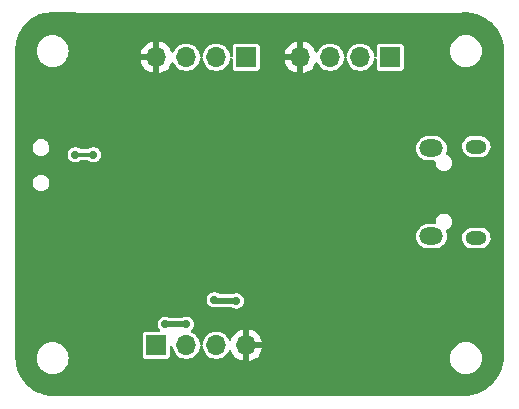
<source format=gbr>
%TF.GenerationSoftware,KiCad,Pcbnew,7.0.9*%
%TF.CreationDate,2024-01-02T09:41:28+05:30*%
%TF.ProjectId,STM32F103C8T6,53544d33-3246-4313-9033-433854362e6b,rev?*%
%TF.SameCoordinates,Original*%
%TF.FileFunction,Copper,L2,Bot*%
%TF.FilePolarity,Positive*%
%FSLAX46Y46*%
G04 Gerber Fmt 4.6, Leading zero omitted, Abs format (unit mm)*
G04 Created by KiCad (PCBNEW 7.0.9) date 2024-01-02 09:41:28*
%MOMM*%
%LPD*%
G01*
G04 APERTURE LIST*
%TA.AperFunction,ComponentPad*%
%ADD10R,1.700000X1.700000*%
%TD*%
%TA.AperFunction,ComponentPad*%
%ADD11O,1.700000X1.700000*%
%TD*%
%TA.AperFunction,ComponentPad*%
%ADD12O,1.800000X1.150000*%
%TD*%
%TA.AperFunction,ComponentPad*%
%ADD13O,2.000000X1.450000*%
%TD*%
%TA.AperFunction,ViaPad*%
%ADD14C,0.800000*%
%TD*%
%TA.AperFunction,ViaPad*%
%ADD15C,0.700000*%
%TD*%
%TA.AperFunction,Conductor*%
%ADD16C,0.500000*%
%TD*%
%TA.AperFunction,Conductor*%
%ADD17C,0.300000*%
%TD*%
G04 APERTURE END LIST*
D10*
%TO.P,J3,1,Pin_1*%
%TO.N,+3.3V*%
X73406000Y-81534000D03*
D11*
%TO.P,J3,2,Pin_2*%
%TO.N,/USART1_TX*%
X70866000Y-81534000D03*
%TO.P,J3,3,Pin_3*%
%TO.N,/USART1_RX*%
X68326000Y-81534000D03*
%TO.P,J3,4,Pin_4*%
%TO.N,GND*%
X65786000Y-81534000D03*
%TD*%
D12*
%TO.P,J1,6,Shield*%
%TO.N,unconnected-(J1-Shield-Pad6)*%
X92882000Y-96839000D03*
D13*
X89082000Y-96689000D03*
X89082000Y-89239000D03*
D12*
X92882000Y-89089000D03*
%TD*%
D10*
%TO.P,J4,1,Pin_1*%
%TO.N,+3.3V*%
X65786000Y-105918000D03*
D11*
%TO.P,J4,2,Pin_2*%
%TO.N,/I2C2_SCL*%
X68326000Y-105918000D03*
%TO.P,J4,3,Pin_3*%
%TO.N,/I2C2_SDA*%
X70866000Y-105918000D03*
%TO.P,J4,4,Pin_4*%
%TO.N,GND*%
X73406000Y-105918000D03*
%TD*%
D10*
%TO.P,J2,1,Pin_1*%
%TO.N,+3.3V*%
X85598000Y-81534000D03*
D11*
%TO.P,J2,2,Pin_2*%
%TO.N,/SW_DIO*%
X83058000Y-81534000D03*
%TO.P,J2,3,Pin_3*%
%TO.N,/SWCLK*%
X80518000Y-81534000D03*
%TO.P,J2,4,Pin_4*%
%TO.N,GND*%
X77978000Y-81534000D03*
%TD*%
D14*
%TO.N,GND*%
X77343000Y-83820000D03*
D15*
%TO.N,+3.3V*%
X66548000Y-104140000D03*
X72573122Y-102164122D03*
X58928000Y-89789000D03*
X70694878Y-102063878D03*
X68326000Y-104140000D03*
X60452000Y-89789000D03*
%TO.N,GND*%
X65278000Y-88392000D03*
X65786000Y-83820000D03*
X69342000Y-91694000D03*
X58166000Y-94234000D03*
X74422000Y-103378000D03*
X68834000Y-94996000D03*
X78867000Y-92359500D03*
X60706000Y-95758000D03*
X84836000Y-100838000D03*
X88392000Y-100838000D03*
X64889405Y-93924506D03*
X62484000Y-90170000D03*
X93218000Y-99034500D03*
X83820000Y-100838000D03*
X64008000Y-101600000D03*
X86487000Y-91694000D03*
X64008000Y-91186000D03*
X84074000Y-97536000D03*
X71084938Y-100040938D03*
X64008000Y-97790000D03*
X73914000Y-96774000D03*
X84074000Y-96266000D03*
%TD*%
D16*
%TO.N,+3.3V*%
X72573122Y-102164122D02*
X70795122Y-102164122D01*
X70795122Y-102164122D02*
X70694878Y-102063878D01*
D17*
X60452000Y-89789000D02*
X58928000Y-89789000D01*
D16*
X68326000Y-104140000D02*
X66548000Y-104140000D01*
%TD*%
%TA.AperFunction,Conductor*%
%TO.N,GND*%
G36*
X61205929Y-77762772D02*
G01*
X61206952Y-77762897D01*
X61219808Y-77762897D01*
X61219886Y-77762897D01*
X61233137Y-77763014D01*
X61234164Y-77762897D01*
X91404910Y-77762897D01*
X91419017Y-77767039D01*
X91436572Y-77764339D01*
X91440519Y-77764037D01*
X91442932Y-77763535D01*
X91449249Y-77762557D01*
X91603082Y-77746818D01*
X91781517Y-77729133D01*
X91787542Y-77728833D01*
X91956842Y-77728735D01*
X92126670Y-77730251D01*
X92132326Y-77730562D01*
X92302850Y-77747809D01*
X92469777Y-77767368D01*
X92474980Y-77768204D01*
X92643879Y-77802825D01*
X92807115Y-77840075D01*
X92811812Y-77841344D01*
X92976930Y-77893065D01*
X93134977Y-77947566D01*
X93139171Y-77949185D01*
X93298586Y-78017514D01*
X93449831Y-78088678D01*
X93453479Y-78090546D01*
X93605432Y-78174809D01*
X93748215Y-78261859D01*
X93751310Y-78263876D01*
X93892973Y-78362402D01*
X93895341Y-78364134D01*
X93969362Y-78421016D01*
X94026887Y-78465222D01*
X94029450Y-78467304D01*
X94160464Y-78579703D01*
X94162882Y-78581894D01*
X94256821Y-78671704D01*
X94282791Y-78696533D01*
X94284871Y-78698618D01*
X94403805Y-78823666D01*
X94406259Y-78826406D01*
X94514002Y-78954285D01*
X94579963Y-79039456D01*
X94620393Y-79091660D01*
X94622797Y-79094986D01*
X94716154Y-79233687D01*
X94807899Y-79380812D01*
X94810149Y-79384731D01*
X94888055Y-79532667D01*
X94964266Y-79687969D01*
X94966254Y-79692460D01*
X95027882Y-79848109D01*
X95087776Y-80009764D01*
X95089405Y-80014812D01*
X95134107Y-80176784D01*
X95177087Y-80342721D01*
X95178261Y-80348296D01*
X95205577Y-80515885D01*
X95231219Y-80683206D01*
X95231845Y-80689264D01*
X95241505Y-80868441D01*
X95249420Y-81024452D01*
X95249500Y-81027594D01*
X95249500Y-106678469D01*
X95249425Y-106681512D01*
X95242010Y-106832450D01*
X95231538Y-107032259D01*
X95230952Y-107038115D01*
X95205573Y-107209210D01*
X95177118Y-107388869D01*
X95176023Y-107394237D01*
X95133073Y-107565701D01*
X95086876Y-107738105D01*
X95085364Y-107742946D01*
X95025255Y-107910945D01*
X94961754Y-108076369D01*
X94959919Y-108080660D01*
X94883214Y-108242842D01*
X94803023Y-108400224D01*
X94800960Y-108403952D01*
X94708414Y-108558354D01*
X94612334Y-108706303D01*
X94610135Y-108709469D01*
X94502635Y-108854418D01*
X94391616Y-108991514D01*
X94389372Y-108994134D01*
X94268995Y-109126949D01*
X94266896Y-109129153D01*
X94143153Y-109252896D01*
X94140949Y-109254995D01*
X94008134Y-109375372D01*
X94005514Y-109377616D01*
X93868418Y-109488635D01*
X93723469Y-109596135D01*
X93720303Y-109598334D01*
X93572354Y-109694414D01*
X93417952Y-109786960D01*
X93414224Y-109789023D01*
X93256842Y-109869214D01*
X93094660Y-109945919D01*
X93090369Y-109947754D01*
X92924945Y-110011255D01*
X92756946Y-110071364D01*
X92752105Y-110072876D01*
X92579701Y-110119073D01*
X92408237Y-110162023D01*
X92402869Y-110163118D01*
X92223210Y-110191573D01*
X92052115Y-110216952D01*
X92046259Y-110217538D01*
X91846450Y-110228010D01*
X91695513Y-110235425D01*
X91692470Y-110235500D01*
X57151623Y-110235500D01*
X57148379Y-110235415D01*
X57133699Y-110234645D01*
X57016670Y-110228512D01*
X56800256Y-110216358D01*
X56794029Y-110215692D01*
X56630908Y-110189855D01*
X56446777Y-110158570D01*
X56441113Y-110157333D01*
X56275677Y-110113005D01*
X56101650Y-110062868D01*
X56096593Y-110061173D01*
X55934237Y-109998851D01*
X55768940Y-109930382D01*
X55764518Y-109928343D01*
X55700931Y-109895944D01*
X55608270Y-109848731D01*
X55452532Y-109762658D01*
X55448762Y-109760396D01*
X55300922Y-109664387D01*
X55156149Y-109561665D01*
X55153008Y-109559282D01*
X55016743Y-109448936D01*
X55014447Y-109446983D01*
X54883240Y-109329730D01*
X54880712Y-109327340D01*
X54756658Y-109203286D01*
X54754268Y-109200758D01*
X54637015Y-109069551D01*
X54635062Y-109067255D01*
X54524716Y-108930990D01*
X54522333Y-108927849D01*
X54470231Y-108854418D01*
X54419601Y-108783061D01*
X54323593Y-108635220D01*
X54321350Y-108631483D01*
X54235272Y-108475737D01*
X54155649Y-108319467D01*
X54153623Y-108315074D01*
X54085148Y-108149762D01*
X54022818Y-107987386D01*
X54021135Y-107982366D01*
X53970994Y-107808322D01*
X53966064Y-107789923D01*
X53926661Y-107642871D01*
X53925430Y-107637233D01*
X53895940Y-107463664D01*
X53894144Y-107453091D01*
X53884822Y-107394237D01*
X53868303Y-107289943D01*
X53867641Y-107283757D01*
X53855500Y-107067572D01*
X53851959Y-107000000D01*
X55644341Y-107000000D01*
X55664936Y-107235403D01*
X55664938Y-107235413D01*
X55726094Y-107463655D01*
X55726096Y-107463659D01*
X55726097Y-107463663D01*
X55764119Y-107545201D01*
X55825964Y-107677828D01*
X55825965Y-107677830D01*
X55961505Y-107871402D01*
X56128597Y-108038494D01*
X56322169Y-108174034D01*
X56322171Y-108174035D01*
X56536337Y-108273903D01*
X56764592Y-108335063D01*
X56941034Y-108350500D01*
X57058966Y-108350500D01*
X57235408Y-108335063D01*
X57463663Y-108273903D01*
X57677829Y-108174035D01*
X57871401Y-108038495D01*
X58038495Y-107871401D01*
X58174035Y-107677830D01*
X58273903Y-107463663D01*
X58335063Y-107235408D01*
X58355659Y-107000000D01*
X58339286Y-106812856D01*
X64635500Y-106812856D01*
X64635502Y-106812882D01*
X64638413Y-106837987D01*
X64638415Y-106837991D01*
X64683793Y-106940764D01*
X64683794Y-106940765D01*
X64763235Y-107020206D01*
X64866009Y-107065585D01*
X64891135Y-107068500D01*
X66680864Y-107068499D01*
X66680879Y-107068497D01*
X66680882Y-107068497D01*
X66705987Y-107065586D01*
X66705988Y-107065585D01*
X66705991Y-107065585D01*
X66808765Y-107020206D01*
X66888206Y-106940765D01*
X66933585Y-106837991D01*
X66936500Y-106812865D01*
X66936499Y-106074046D01*
X66956183Y-106007009D01*
X67008987Y-105961254D01*
X67078146Y-105951310D01*
X67141702Y-105980335D01*
X67179476Y-106039113D01*
X67183970Y-106062606D01*
X67190015Y-106127844D01*
X67190244Y-106130310D01*
X67244832Y-106322165D01*
X67248596Y-106335392D01*
X67248596Y-106335394D01*
X67343632Y-106526253D01*
X67472127Y-106696406D01*
X67472128Y-106696407D01*
X67629698Y-106840052D01*
X67810981Y-106952298D01*
X68009802Y-107029321D01*
X68219390Y-107068500D01*
X68219392Y-107068500D01*
X68432608Y-107068500D01*
X68432610Y-107068500D01*
X68642198Y-107029321D01*
X68841019Y-106952298D01*
X69022302Y-106840052D01*
X69179872Y-106696407D01*
X69308366Y-106526255D01*
X69362270Y-106418000D01*
X69403403Y-106335394D01*
X69403403Y-106335393D01*
X69403405Y-106335389D01*
X69461756Y-106130310D01*
X69472529Y-106014047D01*
X69498315Y-105949111D01*
X69540622Y-105918804D01*
X69649130Y-105918804D01*
X69685503Y-105939668D01*
X69717693Y-106001681D01*
X69719470Y-106014047D01*
X69730244Y-106130310D01*
X69784832Y-106322165D01*
X69788596Y-106335392D01*
X69788596Y-106335394D01*
X69883632Y-106526253D01*
X70012127Y-106696406D01*
X70012128Y-106696407D01*
X70169698Y-106840052D01*
X70350981Y-106952298D01*
X70549802Y-107029321D01*
X70759390Y-107068500D01*
X70759392Y-107068500D01*
X70972608Y-107068500D01*
X70972610Y-107068500D01*
X71182198Y-107029321D01*
X71381019Y-106952298D01*
X71562302Y-106840052D01*
X71719872Y-106696407D01*
X71848366Y-106526255D01*
X71915325Y-106391781D01*
X71962825Y-106340548D01*
X72030488Y-106323126D01*
X72096828Y-106345051D01*
X72138705Y-106394651D01*
X72232399Y-106595578D01*
X72367894Y-106789082D01*
X72534917Y-106956105D01*
X72728421Y-107091600D01*
X72942507Y-107191429D01*
X72942516Y-107191433D01*
X73156000Y-107248634D01*
X73156000Y-106353501D01*
X73263685Y-106402680D01*
X73370237Y-106418000D01*
X73441763Y-106418000D01*
X73548315Y-106402680D01*
X73656000Y-106353501D01*
X73656000Y-107248633D01*
X73869483Y-107191433D01*
X73869492Y-107191429D01*
X74083578Y-107091600D01*
X74214394Y-107000000D01*
X90644341Y-107000000D01*
X90664936Y-107235403D01*
X90664938Y-107235413D01*
X90726094Y-107463655D01*
X90726096Y-107463659D01*
X90726097Y-107463663D01*
X90764119Y-107545201D01*
X90825964Y-107677828D01*
X90825965Y-107677830D01*
X90961505Y-107871402D01*
X91128597Y-108038494D01*
X91322169Y-108174034D01*
X91322171Y-108174035D01*
X91536337Y-108273903D01*
X91764592Y-108335063D01*
X91941034Y-108350500D01*
X92058966Y-108350500D01*
X92235408Y-108335063D01*
X92463663Y-108273903D01*
X92677829Y-108174035D01*
X92871401Y-108038495D01*
X93038495Y-107871401D01*
X93174035Y-107677830D01*
X93273903Y-107463663D01*
X93335063Y-107235408D01*
X93355659Y-107000000D01*
X93335063Y-106764592D01*
X93273903Y-106536337D01*
X93174035Y-106322171D01*
X93174034Y-106322169D01*
X93038494Y-106128597D01*
X92871402Y-105961505D01*
X92677830Y-105825965D01*
X92677828Y-105825964D01*
X92565091Y-105773394D01*
X92463663Y-105726097D01*
X92463659Y-105726096D01*
X92463655Y-105726094D01*
X92235413Y-105664938D01*
X92235403Y-105664936D01*
X92058966Y-105649500D01*
X91941034Y-105649500D01*
X91764596Y-105664936D01*
X91764586Y-105664938D01*
X91536344Y-105726094D01*
X91536335Y-105726098D01*
X91322171Y-105825964D01*
X91322169Y-105825965D01*
X91128597Y-105961505D01*
X90961506Y-106128597D01*
X90961501Y-106128604D01*
X90825967Y-106322165D01*
X90825965Y-106322169D01*
X90726098Y-106536335D01*
X90726094Y-106536344D01*
X90664938Y-106764586D01*
X90664936Y-106764596D01*
X90644341Y-106999999D01*
X90644341Y-107000000D01*
X74214394Y-107000000D01*
X74277082Y-106956105D01*
X74444105Y-106789082D01*
X74579600Y-106595578D01*
X74679429Y-106381492D01*
X74679432Y-106381486D01*
X74736636Y-106168000D01*
X73839686Y-106168000D01*
X73865493Y-106127844D01*
X73906000Y-105989889D01*
X73906000Y-105846111D01*
X73865493Y-105708156D01*
X73839686Y-105668000D01*
X74736636Y-105668000D01*
X74736635Y-105667999D01*
X74679432Y-105454513D01*
X74679429Y-105454507D01*
X74579600Y-105240422D01*
X74579599Y-105240420D01*
X74444113Y-105046926D01*
X74444108Y-105046920D01*
X74277082Y-104879894D01*
X74083578Y-104744399D01*
X73869492Y-104644570D01*
X73869486Y-104644567D01*
X73656000Y-104587364D01*
X73656000Y-105482498D01*
X73548315Y-105433320D01*
X73441763Y-105418000D01*
X73370237Y-105418000D01*
X73263685Y-105433320D01*
X73156000Y-105482498D01*
X73156000Y-104587364D01*
X73155999Y-104587364D01*
X72942513Y-104644567D01*
X72942507Y-104644570D01*
X72728422Y-104744399D01*
X72728420Y-104744400D01*
X72534926Y-104879886D01*
X72534920Y-104879891D01*
X72367891Y-105046920D01*
X72367886Y-105046926D01*
X72232400Y-105240420D01*
X72232399Y-105240422D01*
X72138705Y-105441348D01*
X72092532Y-105493787D01*
X72025339Y-105512939D01*
X71958457Y-105492723D01*
X71915324Y-105444216D01*
X71848366Y-105309745D01*
X71719872Y-105139593D01*
X71562302Y-104995948D01*
X71381019Y-104883702D01*
X71381017Y-104883701D01*
X71247939Y-104832147D01*
X71182198Y-104806679D01*
X70972610Y-104767500D01*
X70759390Y-104767500D01*
X70549802Y-104806679D01*
X70549799Y-104806679D01*
X70549799Y-104806680D01*
X70350982Y-104883701D01*
X70350980Y-104883702D01*
X70169699Y-104995947D01*
X70012127Y-105139593D01*
X69883632Y-105309746D01*
X69788596Y-105500605D01*
X69788596Y-105500607D01*
X69730244Y-105705689D01*
X69719471Y-105821951D01*
X69693685Y-105886888D01*
X69649130Y-105918804D01*
X69540622Y-105918804D01*
X69542869Y-105917194D01*
X69506497Y-105896331D01*
X69474307Y-105834318D01*
X69472529Y-105821951D01*
X69469175Y-105785759D01*
X69461756Y-105705690D01*
X69403405Y-105500611D01*
X69403403Y-105500606D01*
X69403403Y-105500605D01*
X69308367Y-105309746D01*
X69179872Y-105139593D01*
X69022302Y-104995948D01*
X68841019Y-104883702D01*
X68841011Y-104883698D01*
X68770882Y-104856530D01*
X68715481Y-104813957D01*
X68691891Y-104748190D01*
X68707603Y-104680110D01*
X68733444Y-104648094D01*
X68816483Y-104574530D01*
X68906220Y-104444523D01*
X68962237Y-104296818D01*
X68981278Y-104140000D01*
X68962237Y-103983182D01*
X68906220Y-103835477D01*
X68816483Y-103705470D01*
X68698240Y-103600717D01*
X68698238Y-103600716D01*
X68698237Y-103600715D01*
X68558365Y-103527303D01*
X68404986Y-103489500D01*
X68404985Y-103489500D01*
X68247015Y-103489500D01*
X68247014Y-103489500D01*
X68093636Y-103527303D01*
X68047763Y-103551379D01*
X68002194Y-103575296D01*
X67944569Y-103589500D01*
X66929431Y-103589500D01*
X66871805Y-103575296D01*
X66780365Y-103527304D01*
X66780364Y-103527303D01*
X66780363Y-103527303D01*
X66626986Y-103489500D01*
X66626985Y-103489500D01*
X66469015Y-103489500D01*
X66469014Y-103489500D01*
X66315634Y-103527303D01*
X66175762Y-103600715D01*
X66057516Y-103705471D01*
X65967781Y-103835475D01*
X65967780Y-103835476D01*
X65911762Y-103983181D01*
X65892722Y-104139999D01*
X65892722Y-104140000D01*
X65911762Y-104296818D01*
X65967780Y-104444523D01*
X65967781Y-104444524D01*
X66056502Y-104573060D01*
X66078385Y-104639415D01*
X66060919Y-104707066D01*
X66009651Y-104754536D01*
X65954452Y-104767500D01*
X64891143Y-104767500D01*
X64891117Y-104767502D01*
X64866012Y-104770413D01*
X64866008Y-104770415D01*
X64763235Y-104815793D01*
X64683794Y-104895234D01*
X64638415Y-104998006D01*
X64638415Y-104998008D01*
X64635500Y-105023131D01*
X64635500Y-106812856D01*
X58339286Y-106812856D01*
X58335063Y-106764592D01*
X58273903Y-106536337D01*
X58174035Y-106322171D01*
X58174034Y-106322169D01*
X58038494Y-106128597D01*
X57871402Y-105961505D01*
X57677830Y-105825965D01*
X57677828Y-105825964D01*
X57565091Y-105773394D01*
X57463663Y-105726097D01*
X57463659Y-105726096D01*
X57463655Y-105726094D01*
X57235413Y-105664938D01*
X57235403Y-105664936D01*
X57058966Y-105649500D01*
X56941034Y-105649500D01*
X56764596Y-105664936D01*
X56764586Y-105664938D01*
X56536344Y-105726094D01*
X56536335Y-105726098D01*
X56322171Y-105825964D01*
X56322169Y-105825965D01*
X56128597Y-105961505D01*
X55961506Y-106128597D01*
X55961501Y-106128604D01*
X55825967Y-106322165D01*
X55825965Y-106322169D01*
X55726098Y-106536335D01*
X55726094Y-106536344D01*
X55664938Y-106764586D01*
X55664936Y-106764596D01*
X55644341Y-106999999D01*
X55644341Y-107000000D01*
X53851959Y-107000000D01*
X53848582Y-106935575D01*
X53848500Y-106932416D01*
X53850185Y-102063878D01*
X70039600Y-102063878D01*
X70058640Y-102220696D01*
X70096658Y-102320940D01*
X70114658Y-102368401D01*
X70204395Y-102498408D01*
X70322638Y-102603161D01*
X70322640Y-102603162D01*
X70462512Y-102676574D01*
X70615892Y-102714378D01*
X70615893Y-102714378D01*
X70713435Y-102714378D01*
X70717002Y-102714622D01*
X70719457Y-102714622D01*
X70763723Y-102714622D01*
X70770064Y-102714946D01*
X70814093Y-102719473D01*
X70831772Y-102716424D01*
X70852840Y-102714622D01*
X72191691Y-102714622D01*
X72249316Y-102728825D01*
X72340757Y-102776818D01*
X72417447Y-102795720D01*
X72494136Y-102814622D01*
X72494137Y-102814622D01*
X72652107Y-102814622D01*
X72805487Y-102776818D01*
X72945362Y-102703405D01*
X73063605Y-102598652D01*
X73153342Y-102468645D01*
X73209359Y-102320940D01*
X73228400Y-102164122D01*
X73209359Y-102007304D01*
X73153342Y-101859599D01*
X73063605Y-101729592D01*
X72945362Y-101624839D01*
X72945360Y-101624838D01*
X72945359Y-101624837D01*
X72805487Y-101551425D01*
X72652108Y-101513622D01*
X72652107Y-101513622D01*
X72494137Y-101513622D01*
X72494136Y-101513622D01*
X72340758Y-101551425D01*
X72294885Y-101575501D01*
X72249316Y-101599418D01*
X72191691Y-101613622D01*
X71214637Y-101613622D01*
X71147598Y-101593937D01*
X71132411Y-101582438D01*
X71067118Y-101524595D01*
X71067116Y-101524593D01*
X70927243Y-101451181D01*
X70773864Y-101413378D01*
X70773863Y-101413378D01*
X70615893Y-101413378D01*
X70615892Y-101413378D01*
X70462512Y-101451181D01*
X70322640Y-101524593D01*
X70204394Y-101629349D01*
X70114659Y-101759353D01*
X70114658Y-101759354D01*
X70058640Y-101907059D01*
X70039600Y-102063877D01*
X70039600Y-102063878D01*
X53850185Y-102063878D01*
X53852046Y-96689000D01*
X87776538Y-96689000D01*
X87796337Y-96890031D01*
X87854978Y-97083345D01*
X87950198Y-97261488D01*
X87950203Y-97261495D01*
X88078352Y-97417647D01*
X88187016Y-97506824D01*
X88234506Y-97545798D01*
X88234509Y-97545799D01*
X88234511Y-97545801D01*
X88412654Y-97641021D01*
X88412656Y-97641021D01*
X88412659Y-97641023D01*
X88605967Y-97699662D01*
X88756620Y-97714500D01*
X88756623Y-97714500D01*
X89407377Y-97714500D01*
X89407380Y-97714500D01*
X89558033Y-97699662D01*
X89751341Y-97641023D01*
X89929494Y-97545798D01*
X90085647Y-97417647D01*
X90213798Y-97261494D01*
X90309023Y-97083341D01*
X90367662Y-96890033D01*
X90377384Y-96791324D01*
X91677630Y-96791324D01*
X91687939Y-96981475D01*
X91716223Y-97083345D01*
X91738887Y-97164969D01*
X91738888Y-97164972D01*
X91828087Y-97333217D01*
X91828088Y-97333220D01*
X91951368Y-97478356D01*
X91951369Y-97478357D01*
X92102971Y-97593602D01*
X92102972Y-97593602D01*
X92102973Y-97593603D01*
X92102974Y-97593604D01*
X92205466Y-97641021D01*
X92275803Y-97673562D01*
X92275804Y-97673562D01*
X92275806Y-97673563D01*
X92332227Y-97685982D01*
X92461784Y-97714500D01*
X92461785Y-97714500D01*
X93254459Y-97714500D01*
X93254465Y-97714500D01*
X93396316Y-97699073D01*
X93576780Y-97638267D01*
X93739954Y-97540089D01*
X93878207Y-97409129D01*
X93985075Y-97251510D01*
X93985077Y-97251506D01*
X94055561Y-97074606D01*
X94055562Y-97074602D01*
X94086370Y-96886678D01*
X94076061Y-96696525D01*
X94025114Y-96513033D01*
X93935914Y-96344784D01*
X93935911Y-96344781D01*
X93935911Y-96344779D01*
X93812631Y-96199643D01*
X93752962Y-96154284D01*
X93661029Y-96084398D01*
X93661028Y-96084397D01*
X93661026Y-96084396D01*
X93661025Y-96084395D01*
X93488193Y-96004436D01*
X93302216Y-95963500D01*
X92509535Y-95963500D01*
X92509533Y-95963500D01*
X92367683Y-95978927D01*
X92187217Y-96039734D01*
X92024048Y-96137909D01*
X91885791Y-96268872D01*
X91778922Y-96426493D01*
X91708438Y-96603393D01*
X91677630Y-96791324D01*
X90377384Y-96791324D01*
X90387462Y-96689000D01*
X90367662Y-96487967D01*
X90309023Y-96294659D01*
X90309022Y-96294657D01*
X90306700Y-96289051D01*
X90299234Y-96219581D01*
X90330511Y-96157103D01*
X90377300Y-96125657D01*
X90382218Y-96123791D01*
X90382225Y-96123790D01*
X90416707Y-96105691D01*
X90423507Y-96102630D01*
X90459930Y-96088818D01*
X90491981Y-96066693D01*
X90498379Y-96062825D01*
X90532852Y-96044734D01*
X90562002Y-96018908D01*
X90567871Y-96014310D01*
X90599929Y-95992183D01*
X90625748Y-95963037D01*
X90631037Y-95957748D01*
X90660183Y-95931929D01*
X90682310Y-95899871D01*
X90686908Y-95894002D01*
X90712734Y-95864852D01*
X90730825Y-95830379D01*
X90734693Y-95823981D01*
X90756818Y-95791930D01*
X90770630Y-95755507D01*
X90773691Y-95748707D01*
X90791790Y-95714225D01*
X90801106Y-95676427D01*
X90803335Y-95669271D01*
X90817140Y-95632872D01*
X90821834Y-95594206D01*
X90823177Y-95586875D01*
X90832500Y-95549056D01*
X90832500Y-95510126D01*
X90832952Y-95502646D01*
X90837645Y-95464000D01*
X90832951Y-95425347D01*
X90832500Y-95417872D01*
X90832500Y-95378943D01*
X90823183Y-95341147D01*
X90821832Y-95333773D01*
X90817140Y-95295130D01*
X90817140Y-95295128D01*
X90803329Y-95258712D01*
X90801110Y-95251590D01*
X90791790Y-95213775D01*
X90773687Y-95179283D01*
X90770627Y-95172484D01*
X90756818Y-95136070D01*
X90734694Y-95104018D01*
X90730823Y-95097614D01*
X90712736Y-95063151D01*
X90712732Y-95063145D01*
X90698150Y-95046685D01*
X90686916Y-95034005D01*
X90682299Y-95028111D01*
X90660185Y-94996073D01*
X90660183Y-94996071D01*
X90631037Y-94970250D01*
X90625743Y-94964955D01*
X90599933Y-94935821D01*
X90599930Y-94935819D01*
X90599929Y-94935817D01*
X90599925Y-94935814D01*
X90567882Y-94913695D01*
X90561986Y-94909075D01*
X90532851Y-94883265D01*
X90532848Y-94883263D01*
X90498387Y-94865177D01*
X90491974Y-94861300D01*
X90459933Y-94839183D01*
X90459931Y-94839182D01*
X90423524Y-94825374D01*
X90416693Y-94822299D01*
X90382226Y-94804210D01*
X90382221Y-94804209D01*
X90380601Y-94803809D01*
X90344424Y-94794892D01*
X90337276Y-94792665D01*
X90300876Y-94778861D01*
X90300869Y-94778859D01*
X90262223Y-94774166D01*
X90254855Y-94772816D01*
X90217058Y-94763500D01*
X90217056Y-94763500D01*
X90046944Y-94763500D01*
X90036363Y-94766107D01*
X90009143Y-94772816D01*
X90001776Y-94774166D01*
X89963126Y-94778860D01*
X89926725Y-94792664D01*
X89919576Y-94794891D01*
X89881775Y-94804210D01*
X89881770Y-94804212D01*
X89847296Y-94822303D01*
X89840467Y-94825377D01*
X89804071Y-94839180D01*
X89804069Y-94839181D01*
X89772027Y-94861299D01*
X89765617Y-94865174D01*
X89731149Y-94883265D01*
X89702005Y-94909082D01*
X89696110Y-94913700D01*
X89664072Y-94935815D01*
X89664071Y-94935816D01*
X89638253Y-94964957D01*
X89632957Y-94970253D01*
X89603816Y-94996071D01*
X89603815Y-94996072D01*
X89581700Y-95028110D01*
X89577082Y-95034005D01*
X89551265Y-95063149D01*
X89533174Y-95097617D01*
X89529299Y-95104027D01*
X89507181Y-95136069D01*
X89507180Y-95136071D01*
X89493377Y-95172467D01*
X89490303Y-95179296D01*
X89472212Y-95213770D01*
X89472210Y-95213775D01*
X89462891Y-95251576D01*
X89460664Y-95258725D01*
X89446860Y-95295126D01*
X89442166Y-95333776D01*
X89440816Y-95341143D01*
X89431500Y-95378945D01*
X89431500Y-95417872D01*
X89431048Y-95425352D01*
X89426355Y-95463999D01*
X89431048Y-95502646D01*
X89431500Y-95510126D01*
X89431500Y-95539500D01*
X89411815Y-95606539D01*
X89359011Y-95652294D01*
X89307500Y-95663500D01*
X88756620Y-95663500D01*
X88719433Y-95667162D01*
X88605968Y-95678337D01*
X88412654Y-95736978D01*
X88234511Y-95832198D01*
X88234504Y-95832203D01*
X88078352Y-95960352D01*
X87950203Y-96116504D01*
X87950198Y-96116511D01*
X87854978Y-96294654D01*
X87796337Y-96487968D01*
X87776538Y-96689000D01*
X53852046Y-96689000D01*
X53853578Y-92263055D01*
X55324500Y-92263055D01*
X55365210Y-92428226D01*
X55444263Y-92578849D01*
X55444266Y-92578852D01*
X55557071Y-92706183D01*
X55647318Y-92768476D01*
X55697068Y-92802817D01*
X55697069Y-92802817D01*
X55697070Y-92802818D01*
X55856128Y-92863140D01*
X55932028Y-92872356D01*
X55982626Y-92878500D01*
X55982628Y-92878500D01*
X56067374Y-92878500D01*
X56109538Y-92873380D01*
X56193872Y-92863140D01*
X56352930Y-92802818D01*
X56492929Y-92706183D01*
X56605734Y-92578852D01*
X56684790Y-92428225D01*
X56725500Y-92263056D01*
X56725500Y-92092944D01*
X56684790Y-91927775D01*
X56684789Y-91927773D01*
X56605736Y-91777150D01*
X56586560Y-91755505D01*
X56492929Y-91649817D01*
X56443177Y-91615475D01*
X56352931Y-91553182D01*
X56193874Y-91492860D01*
X56193868Y-91492859D01*
X56067374Y-91477500D01*
X56067372Y-91477500D01*
X55982628Y-91477500D01*
X55982626Y-91477500D01*
X55856131Y-91492859D01*
X55856125Y-91492860D01*
X55697068Y-91553182D01*
X55557072Y-91649816D01*
X55444263Y-91777150D01*
X55365210Y-91927773D01*
X55324500Y-92092944D01*
X55324500Y-92263055D01*
X53853578Y-92263055D01*
X53854617Y-89263055D01*
X55324500Y-89263055D01*
X55365210Y-89428226D01*
X55444263Y-89578849D01*
X55473026Y-89611316D01*
X55557071Y-89706183D01*
X55635267Y-89760158D01*
X55697068Y-89802817D01*
X55697069Y-89802817D01*
X55697070Y-89802818D01*
X55719950Y-89811495D01*
X55804612Y-89843603D01*
X55856128Y-89863140D01*
X55932028Y-89872356D01*
X55982626Y-89878500D01*
X55982628Y-89878500D01*
X56067374Y-89878500D01*
X56109538Y-89873380D01*
X56193872Y-89863140D01*
X56352930Y-89802818D01*
X56372949Y-89789000D01*
X58272722Y-89789000D01*
X58291762Y-89945818D01*
X58336259Y-90063145D01*
X58347780Y-90093523D01*
X58437517Y-90223530D01*
X58555760Y-90328283D01*
X58555762Y-90328284D01*
X58695634Y-90401696D01*
X58849014Y-90439500D01*
X58849015Y-90439500D01*
X59006985Y-90439500D01*
X59160365Y-90401696D01*
X59300240Y-90328283D01*
X59365256Y-90270683D01*
X59428490Y-90240963D01*
X59447483Y-90239500D01*
X59932517Y-90239500D01*
X59999556Y-90259185D01*
X60014741Y-90270682D01*
X60079760Y-90328283D01*
X60079762Y-90328284D01*
X60219634Y-90401696D01*
X60373014Y-90439500D01*
X60373015Y-90439500D01*
X60530985Y-90439500D01*
X60684365Y-90401696D01*
X60824240Y-90328283D01*
X60942483Y-90223530D01*
X61032220Y-90093523D01*
X61088237Y-89945818D01*
X61107278Y-89789000D01*
X61088379Y-89633347D01*
X61088237Y-89632181D01*
X61066992Y-89576164D01*
X61032220Y-89484477D01*
X60942483Y-89354470D01*
X60824240Y-89249717D01*
X60824238Y-89249716D01*
X60824237Y-89249715D01*
X60803822Y-89239000D01*
X87776538Y-89239000D01*
X87796337Y-89440031D01*
X87854978Y-89633345D01*
X87950198Y-89811488D01*
X87950201Y-89811492D01*
X87950202Y-89811494D01*
X87960502Y-89824045D01*
X88078352Y-89967647D01*
X88112990Y-89996073D01*
X88234506Y-90095798D01*
X88234509Y-90095799D01*
X88234511Y-90095801D01*
X88412654Y-90191021D01*
X88412656Y-90191021D01*
X88412659Y-90191023D01*
X88605967Y-90249662D01*
X88756620Y-90264500D01*
X88756623Y-90264500D01*
X89307500Y-90264500D01*
X89374539Y-90284185D01*
X89420294Y-90336989D01*
X89431500Y-90388500D01*
X89431500Y-90417872D01*
X89431048Y-90425352D01*
X89426355Y-90463999D01*
X89431048Y-90502646D01*
X89431500Y-90510126D01*
X89431500Y-90549058D01*
X89440816Y-90586855D01*
X89442166Y-90594223D01*
X89446859Y-90632869D01*
X89446861Y-90632876D01*
X89460665Y-90669276D01*
X89462894Y-90676429D01*
X89472209Y-90714221D01*
X89472210Y-90714226D01*
X89490299Y-90748693D01*
X89493374Y-90755524D01*
X89507182Y-90791931D01*
X89507183Y-90791933D01*
X89529300Y-90823974D01*
X89533177Y-90830387D01*
X89551263Y-90864848D01*
X89551265Y-90864851D01*
X89577075Y-90893986D01*
X89581695Y-90899882D01*
X89581701Y-90899890D01*
X89603816Y-90931928D01*
X89603821Y-90931933D01*
X89632955Y-90957743D01*
X89638250Y-90963037D01*
X89664069Y-90992181D01*
X89664073Y-90992185D01*
X89696111Y-91014299D01*
X89702005Y-91018916D01*
X89714685Y-91030150D01*
X89731145Y-91044732D01*
X89731151Y-91044736D01*
X89765614Y-91062823D01*
X89772018Y-91066694D01*
X89804070Y-91088818D01*
X89840484Y-91102627D01*
X89847283Y-91105687D01*
X89881775Y-91123790D01*
X89881777Y-91123790D01*
X89881778Y-91123791D01*
X89888914Y-91125549D01*
X89919590Y-91133110D01*
X89926712Y-91135329D01*
X89963128Y-91149140D01*
X89982572Y-91151500D01*
X90001773Y-91153832D01*
X90009140Y-91155181D01*
X90033369Y-91161153D01*
X90046943Y-91164500D01*
X90046944Y-91164500D01*
X90217058Y-91164500D01*
X90226590Y-91162149D01*
X90254875Y-91155177D01*
X90262206Y-91153834D01*
X90300872Y-91149140D01*
X90337277Y-91135333D01*
X90344427Y-91133106D01*
X90355744Y-91130316D01*
X90382225Y-91123790D01*
X90416707Y-91105691D01*
X90423507Y-91102630D01*
X90459930Y-91088818D01*
X90491981Y-91066693D01*
X90498379Y-91062825D01*
X90532852Y-91044734D01*
X90562002Y-91018908D01*
X90567871Y-91014310D01*
X90599929Y-90992183D01*
X90625748Y-90963037D01*
X90631037Y-90957748D01*
X90660183Y-90931929D01*
X90682310Y-90899871D01*
X90686908Y-90894002D01*
X90712734Y-90864852D01*
X90730825Y-90830379D01*
X90734693Y-90823981D01*
X90756818Y-90791930D01*
X90770630Y-90755507D01*
X90773691Y-90748707D01*
X90791790Y-90714225D01*
X90798316Y-90687744D01*
X90801106Y-90676427D01*
X90803333Y-90669277D01*
X90817140Y-90632872D01*
X90821834Y-90594206D01*
X90823177Y-90586875D01*
X90832500Y-90549056D01*
X90832500Y-90510126D01*
X90832952Y-90502646D01*
X90837645Y-90464000D01*
X90832951Y-90425347D01*
X90832500Y-90417872D01*
X90832500Y-90378943D01*
X90823183Y-90341147D01*
X90821832Y-90333773D01*
X90817140Y-90295130D01*
X90817140Y-90295128D01*
X90803329Y-90258712D01*
X90801110Y-90251590D01*
X90791790Y-90213775D01*
X90773687Y-90179283D01*
X90770627Y-90172484D01*
X90756818Y-90136070D01*
X90734694Y-90104018D01*
X90730823Y-90097614D01*
X90712736Y-90063151D01*
X90712732Y-90063145D01*
X90698150Y-90046685D01*
X90686916Y-90034005D01*
X90682299Y-90028111D01*
X90660185Y-89996073D01*
X90660183Y-89996071D01*
X90631037Y-89970250D01*
X90625743Y-89964955D01*
X90599933Y-89935821D01*
X90599930Y-89935819D01*
X90599929Y-89935817D01*
X90582177Y-89923563D01*
X90567882Y-89913695D01*
X90561986Y-89909075D01*
X90532851Y-89883265D01*
X90532848Y-89883263D01*
X90498387Y-89865177D01*
X90491974Y-89861300D01*
X90459933Y-89839183D01*
X90459931Y-89839182D01*
X90423524Y-89825374D01*
X90416693Y-89822299D01*
X90382220Y-89804207D01*
X90377288Y-89802337D01*
X90321587Y-89760158D01*
X90297532Y-89694559D01*
X90306702Y-89638945D01*
X90309020Y-89633347D01*
X90309021Y-89633345D01*
X90309023Y-89633341D01*
X90367662Y-89440033D01*
X90387462Y-89239000D01*
X90367993Y-89041324D01*
X91677630Y-89041324D01*
X91687939Y-89231476D01*
X91738887Y-89414969D01*
X91738888Y-89414972D01*
X91745915Y-89428226D01*
X91825772Y-89578852D01*
X91828087Y-89583217D01*
X91828088Y-89583220D01*
X91932534Y-89706183D01*
X91951369Y-89728357D01*
X92102971Y-89843602D01*
X92102972Y-89843602D01*
X92102973Y-89843603D01*
X92102974Y-89843604D01*
X92208758Y-89892543D01*
X92275803Y-89923562D01*
X92275804Y-89923562D01*
X92275806Y-89923563D01*
X92331464Y-89935814D01*
X92461784Y-89964500D01*
X92461785Y-89964500D01*
X93254459Y-89964500D01*
X93254465Y-89964500D01*
X93396316Y-89949073D01*
X93576780Y-89888267D01*
X93739954Y-89790089D01*
X93878207Y-89659129D01*
X93985075Y-89501510D01*
X93991862Y-89484476D01*
X94055561Y-89324606D01*
X94055562Y-89324602D01*
X94086370Y-89136678D01*
X94076061Y-88946525D01*
X94025114Y-88763033D01*
X93935914Y-88594784D01*
X93935911Y-88594781D01*
X93935911Y-88594779D01*
X93812631Y-88449643D01*
X93661026Y-88334396D01*
X93661025Y-88334395D01*
X93488193Y-88254436D01*
X93302216Y-88213500D01*
X92509535Y-88213500D01*
X92509533Y-88213500D01*
X92367683Y-88228927D01*
X92187217Y-88289734D01*
X92024048Y-88387909D01*
X91885791Y-88518872D01*
X91778922Y-88676493D01*
X91708438Y-88853393D01*
X91677630Y-89041324D01*
X90367993Y-89041324D01*
X90367662Y-89037967D01*
X90309023Y-88844659D01*
X90309021Y-88844656D01*
X90309021Y-88844654D01*
X90213801Y-88666511D01*
X90213799Y-88666509D01*
X90213798Y-88666506D01*
X90174824Y-88619016D01*
X90085647Y-88510352D01*
X89929495Y-88382203D01*
X89929488Y-88382198D01*
X89751345Y-88286978D01*
X89558031Y-88228337D01*
X89447900Y-88217490D01*
X89407380Y-88213500D01*
X88756620Y-88213500D01*
X88719433Y-88217162D01*
X88605968Y-88228337D01*
X88412654Y-88286978D01*
X88234511Y-88382198D01*
X88234504Y-88382203D01*
X88078352Y-88510352D01*
X87950203Y-88666504D01*
X87950198Y-88666511D01*
X87854978Y-88844654D01*
X87796337Y-89037968D01*
X87776538Y-89239000D01*
X60803822Y-89239000D01*
X60684365Y-89176303D01*
X60530986Y-89138500D01*
X60530985Y-89138500D01*
X60373015Y-89138500D01*
X60373014Y-89138500D01*
X60219634Y-89176303D01*
X60079762Y-89249715D01*
X60014744Y-89307316D01*
X59951510Y-89337037D01*
X59932517Y-89338500D01*
X59447483Y-89338500D01*
X59380444Y-89318815D01*
X59365256Y-89307316D01*
X59300240Y-89249717D01*
X59300238Y-89249716D01*
X59300237Y-89249715D01*
X59160365Y-89176303D01*
X59006986Y-89138500D01*
X59006985Y-89138500D01*
X58849015Y-89138500D01*
X58849014Y-89138500D01*
X58695634Y-89176303D01*
X58555762Y-89249715D01*
X58437516Y-89354471D01*
X58347781Y-89484475D01*
X58347780Y-89484476D01*
X58291762Y-89632181D01*
X58272722Y-89788999D01*
X58272722Y-89789000D01*
X56372949Y-89789000D01*
X56492929Y-89706183D01*
X56605734Y-89578852D01*
X56684790Y-89428225D01*
X56725500Y-89263056D01*
X56725500Y-89092944D01*
X56684790Y-88927775D01*
X56641167Y-88844659D01*
X56605736Y-88777150D01*
X56586560Y-88755505D01*
X56492929Y-88649817D01*
X56443177Y-88615475D01*
X56352931Y-88553182D01*
X56193874Y-88492860D01*
X56193868Y-88492859D01*
X56067374Y-88477500D01*
X56067372Y-88477500D01*
X55982628Y-88477500D01*
X55982626Y-88477500D01*
X55856131Y-88492859D01*
X55856125Y-88492860D01*
X55697068Y-88553182D01*
X55557072Y-88649816D01*
X55444263Y-88777150D01*
X55365210Y-88927773D01*
X55324500Y-89092944D01*
X55324500Y-89263055D01*
X53854617Y-89263055D01*
X53857460Y-81052927D01*
X53860387Y-81042971D01*
X53857699Y-81008575D01*
X53857516Y-81002887D01*
X53857555Y-81000000D01*
X55644341Y-81000000D01*
X55664936Y-81235403D01*
X55664938Y-81235413D01*
X55726094Y-81463655D01*
X55726096Y-81463659D01*
X55726097Y-81463663D01*
X55758520Y-81533194D01*
X55825964Y-81677828D01*
X55825965Y-81677830D01*
X55961505Y-81871402D01*
X56128597Y-82038494D01*
X56322169Y-82174034D01*
X56322171Y-82174035D01*
X56536337Y-82273903D01*
X56764592Y-82335063D01*
X56941034Y-82350500D01*
X57058966Y-82350500D01*
X57235408Y-82335063D01*
X57463663Y-82273903D01*
X57677829Y-82174035D01*
X57871401Y-82038495D01*
X58038495Y-81871401D01*
X58099694Y-81784000D01*
X64455364Y-81784000D01*
X64512567Y-81997486D01*
X64512570Y-81997492D01*
X64612399Y-82211578D01*
X64747894Y-82405082D01*
X64914917Y-82572105D01*
X65108421Y-82707600D01*
X65322507Y-82807429D01*
X65322516Y-82807433D01*
X65536000Y-82864634D01*
X65536000Y-81969501D01*
X65643685Y-82018680D01*
X65750237Y-82034000D01*
X65821763Y-82034000D01*
X65928315Y-82018680D01*
X66036000Y-81969501D01*
X66036000Y-82864633D01*
X66249483Y-82807433D01*
X66249492Y-82807429D01*
X66463578Y-82707600D01*
X66657082Y-82572105D01*
X66824105Y-82405082D01*
X66959600Y-82211578D01*
X67053294Y-82010651D01*
X67099466Y-81958212D01*
X67166660Y-81939060D01*
X67233541Y-81959276D01*
X67276676Y-82007785D01*
X67343632Y-82142253D01*
X67443049Y-82273901D01*
X67472128Y-82312407D01*
X67629698Y-82456052D01*
X67810981Y-82568298D01*
X68009802Y-82645321D01*
X68219390Y-82684500D01*
X68219392Y-82684500D01*
X68432608Y-82684500D01*
X68432610Y-82684500D01*
X68642198Y-82645321D01*
X68841019Y-82568298D01*
X69022302Y-82456052D01*
X69179872Y-82312407D01*
X69308366Y-82142255D01*
X69360032Y-82038495D01*
X69403403Y-81951394D01*
X69403403Y-81951393D01*
X69403405Y-81951389D01*
X69461756Y-81746310D01*
X69472529Y-81630047D01*
X69498315Y-81565111D01*
X69540622Y-81534804D01*
X69649130Y-81534804D01*
X69685503Y-81555668D01*
X69717693Y-81617681D01*
X69719471Y-81630048D01*
X69730244Y-81746310D01*
X69788596Y-81951392D01*
X69788596Y-81951394D01*
X69883632Y-82142253D01*
X69983049Y-82273901D01*
X70012128Y-82312407D01*
X70169698Y-82456052D01*
X70350981Y-82568298D01*
X70549802Y-82645321D01*
X70759390Y-82684500D01*
X70759392Y-82684500D01*
X70972608Y-82684500D01*
X70972610Y-82684500D01*
X71182198Y-82645321D01*
X71381019Y-82568298D01*
X71562302Y-82456052D01*
X71719872Y-82312407D01*
X71848366Y-82142255D01*
X71900032Y-82038495D01*
X71943403Y-81951394D01*
X71943403Y-81951393D01*
X71943405Y-81951389D01*
X72001756Y-81746310D01*
X72008029Y-81678605D01*
X72033814Y-81613669D01*
X72090614Y-81572981D01*
X72160395Y-81569461D01*
X72221002Y-81604225D01*
X72253193Y-81666238D01*
X72255500Y-81690047D01*
X72255500Y-82428856D01*
X72255502Y-82428882D01*
X72258413Y-82453987D01*
X72258415Y-82453991D01*
X72303793Y-82556764D01*
X72303794Y-82556765D01*
X72383235Y-82636206D01*
X72486009Y-82681585D01*
X72511135Y-82684500D01*
X74300864Y-82684499D01*
X74300879Y-82684497D01*
X74300882Y-82684497D01*
X74325987Y-82681586D01*
X74325988Y-82681585D01*
X74325991Y-82681585D01*
X74428765Y-82636206D01*
X74508206Y-82556765D01*
X74553585Y-82453991D01*
X74556500Y-82428865D01*
X74556500Y-81784000D01*
X76647364Y-81784000D01*
X76704567Y-81997486D01*
X76704570Y-81997492D01*
X76804399Y-82211578D01*
X76939894Y-82405082D01*
X77106917Y-82572105D01*
X77300421Y-82707600D01*
X77514507Y-82807429D01*
X77514516Y-82807433D01*
X77728000Y-82864634D01*
X77728000Y-81969501D01*
X77835685Y-82018680D01*
X77942237Y-82034000D01*
X78013763Y-82034000D01*
X78120315Y-82018680D01*
X78228000Y-81969501D01*
X78228000Y-82864633D01*
X78441483Y-82807433D01*
X78441492Y-82807429D01*
X78655578Y-82707600D01*
X78849082Y-82572105D01*
X79016105Y-82405082D01*
X79151600Y-82211578D01*
X79245294Y-82010651D01*
X79291466Y-81958212D01*
X79358660Y-81939060D01*
X79425541Y-81959276D01*
X79468676Y-82007785D01*
X79535632Y-82142253D01*
X79635049Y-82273901D01*
X79664128Y-82312407D01*
X79821698Y-82456052D01*
X80002981Y-82568298D01*
X80201802Y-82645321D01*
X80411390Y-82684500D01*
X80411392Y-82684500D01*
X80624608Y-82684500D01*
X80624610Y-82684500D01*
X80834198Y-82645321D01*
X81033019Y-82568298D01*
X81214302Y-82456052D01*
X81371872Y-82312407D01*
X81500366Y-82142255D01*
X81552032Y-82038495D01*
X81595403Y-81951394D01*
X81595403Y-81951393D01*
X81595405Y-81951389D01*
X81653756Y-81746310D01*
X81664529Y-81630047D01*
X81690315Y-81565111D01*
X81732622Y-81534804D01*
X81841130Y-81534804D01*
X81877503Y-81555668D01*
X81909693Y-81617681D01*
X81911471Y-81630048D01*
X81922244Y-81746310D01*
X81980596Y-81951392D01*
X81980596Y-81951394D01*
X82075632Y-82142253D01*
X82175049Y-82273901D01*
X82204128Y-82312407D01*
X82361698Y-82456052D01*
X82542981Y-82568298D01*
X82741802Y-82645321D01*
X82951390Y-82684500D01*
X82951392Y-82684500D01*
X83164608Y-82684500D01*
X83164610Y-82684500D01*
X83374198Y-82645321D01*
X83573019Y-82568298D01*
X83754302Y-82456052D01*
X83911872Y-82312407D01*
X84040366Y-82142255D01*
X84092032Y-82038495D01*
X84135403Y-81951394D01*
X84135403Y-81951393D01*
X84135405Y-81951389D01*
X84193756Y-81746310D01*
X84200029Y-81678605D01*
X84225814Y-81613669D01*
X84282614Y-81572981D01*
X84352395Y-81569461D01*
X84413002Y-81604225D01*
X84445193Y-81666238D01*
X84447500Y-81690047D01*
X84447500Y-82428856D01*
X84447502Y-82428882D01*
X84450413Y-82453987D01*
X84450415Y-82453991D01*
X84495793Y-82556764D01*
X84495794Y-82556765D01*
X84575235Y-82636206D01*
X84678009Y-82681585D01*
X84703135Y-82684500D01*
X86492864Y-82684499D01*
X86492879Y-82684497D01*
X86492882Y-82684497D01*
X86517987Y-82681586D01*
X86517988Y-82681585D01*
X86517991Y-82681585D01*
X86620765Y-82636206D01*
X86700206Y-82556765D01*
X86745585Y-82453991D01*
X86748500Y-82428865D01*
X86748499Y-81000000D01*
X90644341Y-81000000D01*
X90664936Y-81235403D01*
X90664938Y-81235413D01*
X90726094Y-81463655D01*
X90726096Y-81463659D01*
X90726097Y-81463663D01*
X90758520Y-81533194D01*
X90825964Y-81677828D01*
X90825965Y-81677830D01*
X90961505Y-81871402D01*
X91128597Y-82038494D01*
X91322169Y-82174034D01*
X91322171Y-82174035D01*
X91536337Y-82273903D01*
X91764592Y-82335063D01*
X91941034Y-82350500D01*
X92058966Y-82350500D01*
X92235408Y-82335063D01*
X92463663Y-82273903D01*
X92677829Y-82174035D01*
X92871401Y-82038495D01*
X93038495Y-81871401D01*
X93174035Y-81677830D01*
X93273903Y-81463663D01*
X93335063Y-81235408D01*
X93355659Y-81000000D01*
X93335063Y-80764592D01*
X93273903Y-80536337D01*
X93174035Y-80322171D01*
X93174034Y-80322169D01*
X93038494Y-80128597D01*
X92871402Y-79961505D01*
X92677830Y-79825965D01*
X92677828Y-79825964D01*
X92570746Y-79776031D01*
X92463663Y-79726097D01*
X92463659Y-79726096D01*
X92463655Y-79726094D01*
X92235413Y-79664938D01*
X92235403Y-79664936D01*
X92058966Y-79649500D01*
X91941034Y-79649500D01*
X91764596Y-79664936D01*
X91764586Y-79664938D01*
X91536344Y-79726094D01*
X91536335Y-79726098D01*
X91322171Y-79825964D01*
X91322169Y-79825965D01*
X91128597Y-79961505D01*
X90961506Y-80128597D01*
X90961501Y-80128604D01*
X90825967Y-80322165D01*
X90825965Y-80322169D01*
X90726098Y-80536335D01*
X90726094Y-80536344D01*
X90664938Y-80764586D01*
X90664936Y-80764596D01*
X90644341Y-80999999D01*
X90644341Y-81000000D01*
X86748499Y-81000000D01*
X86748499Y-80639136D01*
X86748497Y-80639117D01*
X86745586Y-80614012D01*
X86745585Y-80614010D01*
X86745585Y-80614009D01*
X86700206Y-80511235D01*
X86620765Y-80431794D01*
X86600124Y-80422680D01*
X86517992Y-80386415D01*
X86492865Y-80383500D01*
X84703143Y-80383500D01*
X84703117Y-80383502D01*
X84678012Y-80386413D01*
X84678008Y-80386415D01*
X84575235Y-80431793D01*
X84495794Y-80511234D01*
X84450415Y-80614006D01*
X84450415Y-80614008D01*
X84447500Y-80639131D01*
X84447500Y-81377951D01*
X84427815Y-81444990D01*
X84375011Y-81490745D01*
X84305853Y-81500689D01*
X84242297Y-81471664D01*
X84204523Y-81412886D01*
X84200029Y-81389391D01*
X84193756Y-81321689D01*
X84179273Y-81270789D01*
X84135405Y-81116611D01*
X84135403Y-81116606D01*
X84135403Y-81116605D01*
X84040367Y-80925746D01*
X83911872Y-80755593D01*
X83754302Y-80611948D01*
X83573019Y-80499702D01*
X83573017Y-80499701D01*
X83473608Y-80461190D01*
X83374198Y-80422679D01*
X83164610Y-80383500D01*
X82951390Y-80383500D01*
X82741802Y-80422679D01*
X82741799Y-80422679D01*
X82741799Y-80422680D01*
X82542982Y-80499701D01*
X82542980Y-80499702D01*
X82361699Y-80611947D01*
X82204127Y-80755593D01*
X82075632Y-80925746D01*
X81980596Y-81116605D01*
X81980596Y-81116607D01*
X81922244Y-81321689D01*
X81911471Y-81437951D01*
X81885685Y-81502888D01*
X81841130Y-81534804D01*
X81732622Y-81534804D01*
X81734869Y-81533194D01*
X81698497Y-81512331D01*
X81666307Y-81450318D01*
X81664529Y-81437951D01*
X81658969Y-81377951D01*
X81653756Y-81321690D01*
X81595405Y-81116611D01*
X81595403Y-81116606D01*
X81595403Y-81116605D01*
X81500367Y-80925746D01*
X81371872Y-80755593D01*
X81214302Y-80611948D01*
X81033019Y-80499702D01*
X81033017Y-80499701D01*
X80933608Y-80461190D01*
X80834198Y-80422679D01*
X80624610Y-80383500D01*
X80411390Y-80383500D01*
X80201802Y-80422679D01*
X80201799Y-80422679D01*
X80201799Y-80422680D01*
X80002982Y-80499701D01*
X80002980Y-80499702D01*
X79821699Y-80611947D01*
X79664127Y-80755593D01*
X79535634Y-80925744D01*
X79468676Y-81060215D01*
X79421173Y-81111452D01*
X79353510Y-81128873D01*
X79287170Y-81106947D01*
X79245294Y-81057348D01*
X79151600Y-80856422D01*
X79151599Y-80856420D01*
X79016113Y-80662926D01*
X79016108Y-80662920D01*
X78849082Y-80495894D01*
X78655578Y-80360399D01*
X78441492Y-80260570D01*
X78441486Y-80260567D01*
X78228000Y-80203364D01*
X78228000Y-81098498D01*
X78120315Y-81049320D01*
X78013763Y-81034000D01*
X77942237Y-81034000D01*
X77835685Y-81049320D01*
X77728000Y-81098498D01*
X77728000Y-80203364D01*
X77727999Y-80203364D01*
X77514513Y-80260567D01*
X77514507Y-80260570D01*
X77300422Y-80360399D01*
X77300420Y-80360400D01*
X77106926Y-80495886D01*
X77106920Y-80495891D01*
X76939891Y-80662920D01*
X76939886Y-80662926D01*
X76804400Y-80856420D01*
X76804399Y-80856422D01*
X76704570Y-81070507D01*
X76704567Y-81070513D01*
X76647364Y-81283999D01*
X76647364Y-81284000D01*
X77544314Y-81284000D01*
X77518507Y-81324156D01*
X77478000Y-81462111D01*
X77478000Y-81605889D01*
X77518507Y-81743844D01*
X77544314Y-81784000D01*
X76647364Y-81784000D01*
X74556500Y-81784000D01*
X74556499Y-80639136D01*
X74556497Y-80639117D01*
X74553586Y-80614012D01*
X74553585Y-80614010D01*
X74553585Y-80614009D01*
X74508206Y-80511235D01*
X74428765Y-80431794D01*
X74408124Y-80422680D01*
X74325992Y-80386415D01*
X74300865Y-80383500D01*
X72511143Y-80383500D01*
X72511117Y-80383502D01*
X72486012Y-80386413D01*
X72486008Y-80386415D01*
X72383235Y-80431793D01*
X72303794Y-80511234D01*
X72258415Y-80614006D01*
X72258415Y-80614008D01*
X72255500Y-80639131D01*
X72255500Y-81377951D01*
X72235815Y-81444990D01*
X72183011Y-81490745D01*
X72113853Y-81500689D01*
X72050297Y-81471664D01*
X72012523Y-81412886D01*
X72008029Y-81389391D01*
X72001756Y-81321689D01*
X71987273Y-81270789D01*
X71943405Y-81116611D01*
X71943403Y-81116606D01*
X71943403Y-81116605D01*
X71848367Y-80925746D01*
X71719872Y-80755593D01*
X71562302Y-80611948D01*
X71381019Y-80499702D01*
X71381017Y-80499701D01*
X71281608Y-80461190D01*
X71182198Y-80422679D01*
X70972610Y-80383500D01*
X70759390Y-80383500D01*
X70549802Y-80422679D01*
X70549799Y-80422679D01*
X70549799Y-80422680D01*
X70350982Y-80499701D01*
X70350980Y-80499702D01*
X70169699Y-80611947D01*
X70012127Y-80755593D01*
X69883632Y-80925746D01*
X69788596Y-81116605D01*
X69788596Y-81116607D01*
X69730244Y-81321689D01*
X69719471Y-81437951D01*
X69693685Y-81502888D01*
X69649130Y-81534804D01*
X69540622Y-81534804D01*
X69542869Y-81533194D01*
X69506497Y-81512331D01*
X69474307Y-81450318D01*
X69472529Y-81437951D01*
X69466969Y-81377951D01*
X69461756Y-81321690D01*
X69403405Y-81116611D01*
X69403403Y-81116606D01*
X69403403Y-81116605D01*
X69308367Y-80925746D01*
X69179872Y-80755593D01*
X69022302Y-80611948D01*
X68841019Y-80499702D01*
X68841017Y-80499701D01*
X68741608Y-80461190D01*
X68642198Y-80422679D01*
X68432610Y-80383500D01*
X68219390Y-80383500D01*
X68009802Y-80422679D01*
X68009799Y-80422679D01*
X68009799Y-80422680D01*
X67810982Y-80499701D01*
X67810980Y-80499702D01*
X67629699Y-80611947D01*
X67472127Y-80755593D01*
X67343634Y-80925744D01*
X67276676Y-81060215D01*
X67229173Y-81111452D01*
X67161510Y-81128873D01*
X67095170Y-81106947D01*
X67053294Y-81057348D01*
X66959600Y-80856422D01*
X66959599Y-80856420D01*
X66824113Y-80662926D01*
X66824108Y-80662920D01*
X66657082Y-80495894D01*
X66463578Y-80360399D01*
X66249492Y-80260570D01*
X66249486Y-80260567D01*
X66036000Y-80203364D01*
X66036000Y-81098498D01*
X65928315Y-81049320D01*
X65821763Y-81034000D01*
X65750237Y-81034000D01*
X65643685Y-81049320D01*
X65536000Y-81098498D01*
X65536000Y-80203364D01*
X65535999Y-80203364D01*
X65322513Y-80260567D01*
X65322507Y-80260570D01*
X65108422Y-80360399D01*
X65108420Y-80360400D01*
X64914926Y-80495886D01*
X64914920Y-80495891D01*
X64747891Y-80662920D01*
X64747886Y-80662926D01*
X64612400Y-80856420D01*
X64612399Y-80856422D01*
X64512570Y-81070507D01*
X64512567Y-81070513D01*
X64455364Y-81283999D01*
X64455364Y-81284000D01*
X65352314Y-81284000D01*
X65326507Y-81324156D01*
X65286000Y-81462111D01*
X65286000Y-81605889D01*
X65326507Y-81743844D01*
X65352314Y-81784000D01*
X64455364Y-81784000D01*
X58099694Y-81784000D01*
X58174035Y-81677830D01*
X58273903Y-81463663D01*
X58335063Y-81235408D01*
X58355659Y-81000000D01*
X58335063Y-80764592D01*
X58273903Y-80536337D01*
X58174035Y-80322171D01*
X58174034Y-80322169D01*
X58038494Y-80128597D01*
X57871402Y-79961505D01*
X57677830Y-79825965D01*
X57677828Y-79825964D01*
X57570746Y-79776031D01*
X57463663Y-79726097D01*
X57463659Y-79726096D01*
X57463655Y-79726094D01*
X57235413Y-79664938D01*
X57235403Y-79664936D01*
X57058966Y-79649500D01*
X56941034Y-79649500D01*
X56764596Y-79664936D01*
X56764586Y-79664938D01*
X56536344Y-79726094D01*
X56536335Y-79726098D01*
X56322171Y-79825964D01*
X56322169Y-79825965D01*
X56128597Y-79961505D01*
X55961506Y-80128597D01*
X55961501Y-80128604D01*
X55825967Y-80322165D01*
X55825965Y-80322169D01*
X55726098Y-80536335D01*
X55726094Y-80536344D01*
X55664938Y-80764586D01*
X55664936Y-80764596D01*
X55644341Y-80999999D01*
X55644341Y-81000000D01*
X53857555Y-81000000D01*
X53857606Y-80996309D01*
X53857198Y-80993027D01*
X53854692Y-80878353D01*
X53850900Y-80666850D01*
X53851128Y-80660346D01*
X53865097Y-80501990D01*
X53883154Y-80321578D01*
X53884049Y-80315610D01*
X53916513Y-80153650D01*
X53954388Y-79982220D01*
X53955817Y-79976903D01*
X54006651Y-79816922D01*
X54038281Y-79726098D01*
X54063664Y-79653212D01*
X54065522Y-79648509D01*
X54134191Y-79493701D01*
X54209607Y-79338691D01*
X54211737Y-79334699D01*
X54297423Y-79187559D01*
X54390296Y-79042819D01*
X54392591Y-79039492D01*
X54493350Y-78903361D01*
X54495202Y-78900987D01*
X54603447Y-78769345D01*
X54605815Y-78766634D01*
X54720904Y-78642352D01*
X54723403Y-78639807D01*
X54846354Y-78521785D01*
X54848593Y-78519743D01*
X54976578Y-78408855D01*
X54979741Y-78406294D01*
X55116915Y-78302605D01*
X55257075Y-78205869D01*
X55260876Y-78203449D01*
X55409652Y-78116363D01*
X55558734Y-78036025D01*
X55563247Y-78033827D01*
X55722125Y-77964415D01*
X55877725Y-77901465D01*
X55882960Y-77899617D01*
X56050980Y-77848708D01*
X56056456Y-77847165D01*
X56209977Y-77803916D01*
X56215821Y-77802575D01*
X56394229Y-77770750D01*
X56551128Y-77744664D01*
X56557644Y-77743932D01*
X56768440Y-77731513D01*
X56894060Y-77724607D01*
X56897978Y-77724517D01*
X61205929Y-77762772D01*
G37*
%TD.AperFunction*%
%TD*%
M02*

</source>
